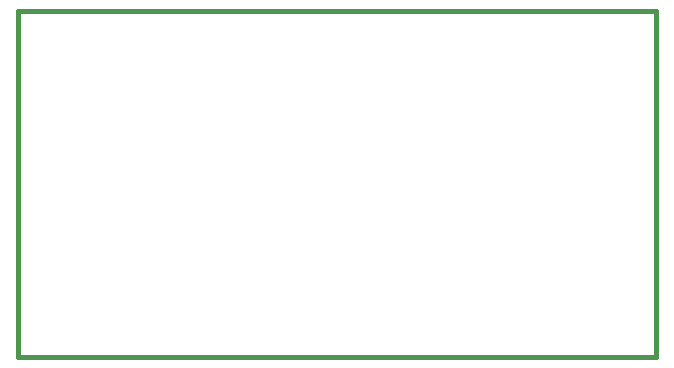
<source format=gbr>
%TF.GenerationSoftware,KiCad,Pcbnew,8.0.5*%
%TF.CreationDate,2025-03-16T21:49:30+05:30*%
%TF.ProjectId,bldc,626c6463-2e6b-4696-9361-645f70636258,rev?*%
%TF.SameCoordinates,Original*%
%TF.FileFunction,Profile,NP*%
%FSLAX46Y46*%
G04 Gerber Fmt 4.6, Leading zero omitted, Abs format (unit mm)*
G04 Created by KiCad (PCBNEW 8.0.5) date 2025-03-16 21:49:30*
%MOMM*%
%LPD*%
G01*
G04 APERTURE LIST*
%TA.AperFunction,Profile*%
%ADD10C,0.400000*%
%TD*%
G04 APERTURE END LIST*
D10*
X50000000Y-95750000D02*
X104000000Y-95750000D01*
X104000000Y-125000000D01*
X50000000Y-125000000D01*
X50000000Y-95750000D01*
M02*

</source>
